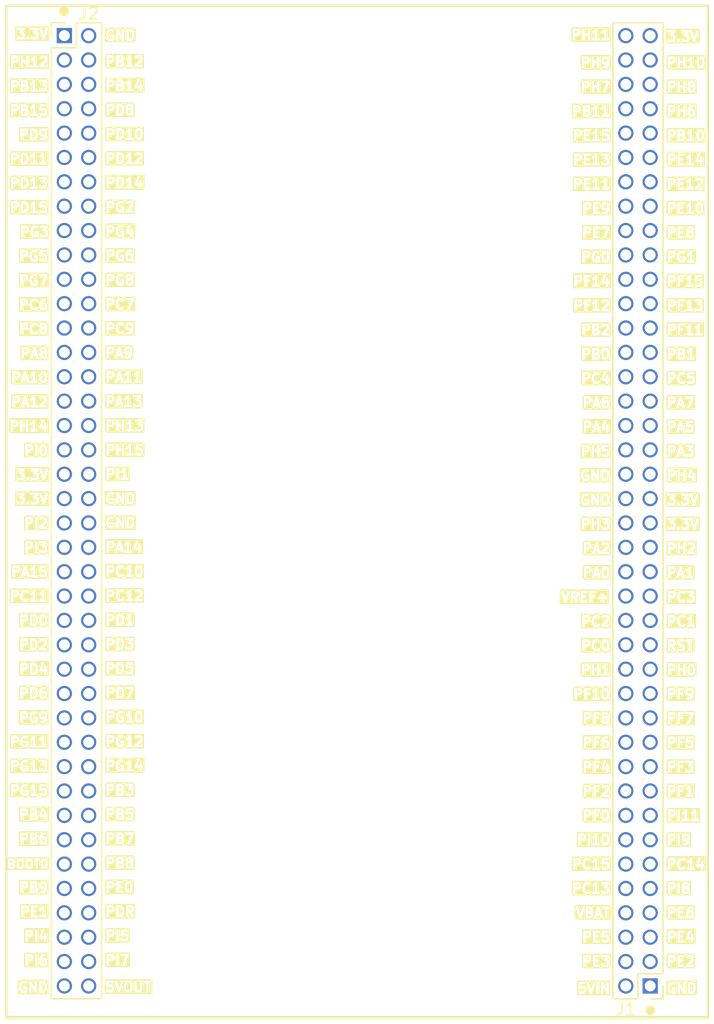
<source format=kicad_pcb>
(kicad_pcb (version 20240108) (generator "pcbnew") (generator_version "8.0")
  (layers (0 "F.Cu" signal) (1 "In1.Cu" signal) (2 "In2.Cu" signal) (31 "B.Cu" signal) (34 "B.Paste" user) (35 "F.Paste" user) (36 "B.SilkS" user "B.Silkscreen") (37 "F.SilkS" user "F.Silkscreen") (38 "B.Mask" user) (39 "F.Mask" user) (44 "Edge.Cuts" user))
  (net 0 "")
  (net 1 "/PC2")
  (net 2 "/PH5")
  (net 3 "/PA6")
  (net 4 "/PF13")
  (net 5 "/PB2")
  (net 6 "/PF6")
  (net 7 "/PC4")
  (net 8 "/PE12")
  (net 9 "/PF5")
  (net 10 "/PH9")
  (net 11 "/PF15")
  (net 12 "/VREF+")
  (net 13 "/PC5")
  (net 14 "/PE9")
  (net 15 "/PE11")
  (net 16 "/PI8")
  (net 17 "/PF12")
  (net 18 "/PF0")
  (net 19 "/PA5")
  (net 20 "/PE5")
  (net 21 "/PF1")
  (net 22 "/PG1")
  (net 23 "/PH6")
  (net 24 "/PC13")
  (net 25 "/GND")
  (net 26 "/RESET")
  (net 27 "/PA7")
  (net 28 "/PH1")
  (net 29 "/PH8")
  (net 30 "/PE2")
  (net 31 "/PF9")
  (net 32 "/PG0")
  (net 33 "/PI10")
  (net 34 "/PE8")
  (net 35 "/PB1")
  (net 36 "/PB10")
  (net 37 "/PA4")
  (net 38 "/PC3")
  (net 39 "/PE4")
  (net 40 "/PE15")
  (net 41 "/PH11")
  (net 42 "/PE14")
  (net 43 "/PC1")
  (net 44 "/PF7")
  (net 45 "/PF14")
  (net 46 "/PA1")
  (net 47 "/PE10")
  (net 48 "/PA3")
  (net 49 "/PB11")
  (net 50 "/3.3V")
  (net 51 "/PE13")
  (net 52 "/PF10")
  (net 53 "/PB0")
  (net 54 "/PC14")
  (net 55 "/PA0")
  (net 56 "/PH2")
  (net 57 "/PF8")
  (net 58 "/PF2")
  (net 59 "/PH10")
  (net 60 "/PH0")
  (net 61 "/5Vin")
  (net 62 "/PF11")
  (net 63 "/PE3")
  (net 64 "/VBAT")
  (net 65 "/PF3")
  (net 66 "/PC15")
  (net 67 "/PE7")
  (net 68 "/PC0")
  (net 69 "/PI11")
  (net 70 "/PA2")
  (net 71 "/PH4")
  (net 72 "/PH7")
  (net 73 "/PH3")
  (net 74 "/PE6")
  (net 75 "/PI9")
  (net 76 "/PF4")
  (net 77 "/PI5")
  (net 78 "/PB12")
  (net 79 "/PG13")
  (net 80 "/PG2")
  (net 81 "/PE1")
  (net 82 "/BOOT0")
  (net 83 "/USB_P")
  (net 84 "/PB7")
  (net 85 "/PD5")
  (net 86 "/PC10")
  (net 87 "/PG7")
  (net 88 "/PC6")
  (net 89 "/PG12")
  (net 90 "/PD14")
  (net 91 "/PG10")
  (net 92 "/PC8")
  (net 93 "/PG4")
  (net 94 "/PD2")
  (net 95 "/PG9")
  (net 96 "/PD10")
  (net 97 "/PI2")
  (net 98 "/PG5")
  (net 99 "/PB5")
  (net 100 "/PD8")
  (net 101 "/PDR_ON")
  (net 102 "/PE0")
  (net 103 "/PD6")
  (net 104 "/PB9")
  (net 105 "/PD15")
  (net 106 "/PG6")
  (net 107 "/PC7")
  (net 108 "/PB3")
  (net 109 "/PD7")
  (net 110 "/PH12")
  (net 111 "/PA15")
  (net 112 "/PA8")
  (net 113 "/PI0")
  (net 114 "/PI3")
  (net 115 "/PB4")
  (net 116 "/PH15")
  (net 117 "/PB8")
  (net 118 "/PA10")
  (net 119 "/PG8")
  (net 120 "/USB_N")
  (net 121 "/PB6")
  (net 122 "/PD3")
  (net 123 "/PD13")
  (net 124 "/PH14")
  (net 125 "/PD11")
  (net 126 "/PG14")
  (net 127 "/PA9")
  (net 128 "/PD9")
  (net 129 "/PB14")
  (net 130 "/PA14")
  (net 131 "/5V")
  (net 132 "/PG15")
  (net 133 "/PD0")
  (net 134 "/PG11")
  (net 135 "/PI7")
  (net 136 "/PC11")
  (net 137 "/PB15")
  (net 138 "/PC12")
  (net 139 "/PD1")
  (net 140 "/PD4")
  (net 141 "/PI6")
  (net 142 "/PB13")
  (net 143 "/PI1")
  (net 144 "/PC9")
  (net 145 "/PA13")
  (net 146 "/PH13")
  (net 147 "/PD12")
  (net 148 "/PI4")
  (net 149 "/PG3")
  (footprint "22L_Connector_PinHeader_2.00mm:PinHeader_2x40_P2.00mm_Vertical" (layer "F.Cu") (at 148.187111 117.754599 180)
    (property "Reference" "J1" (at 2 -1.9 180) (layer "F.SilkS"))
    (property "Value" "Conn_02x40_Odd_Even" (hide yes))
    (fp_line (start 3.06 -1.06) (end 3.06 79.06) (stroke (width 0.12)) (layer "F.SilkS"))
    (fp_line (start 1 1) (end 1 -1.06) (stroke (width 0.12)) (layer "F.SilkS"))
    (fp_line (start 1 -1.06) (end 3.06 -1.06) (stroke (width 0.12)) (layer "F.SilkS"))
    (fp_line (start -1.06 79.06) (end 3.06 79.06) (stroke (width 0.12)) (layer "F.SilkS"))
    (fp_line (start -1.06 1) (end 1 1) (stroke (width 0.12)) (layer "F.SilkS"))
    (fp_line (start -1.06 1) (end -1.06 79.06) (stroke (width 0.12)) (layer "F.SilkS"))
    (fp_line (start -1.06 0) (end -1.06 -1.06) (stroke (width 0.12)) (layer "F.SilkS"))
    (fp_line (start -1.06 -1.06) (end 0 -1.06) (stroke (width 0.12)) (layer "F.SilkS"))
    (fp_circle (center -0.0254 -2.0066) (end 0.190126 -2.0066) (stroke (width 0.4)) (fill none) (layer "F.SilkS"))
    (pad "1" thru_hole rect (at 0 0 180) (size 1.25 1.25) (drill 0.9) (layers "*.Cu" "*.Mask") (net 25 "/GND"))
    (pad "2" thru_hole oval (at 2 0 180) (size 1.25 1.25) (drill 0.9) (layers "*.Cu" "*.Mask") (net 61 "/5Vin"))
    (pad "3" thru_hole oval (at 0 2 180) (size 1.25 1.25) (drill 0.9) (layers "*.Cu" "*.Mask") (net 30 "/PE2"))
    (pad "4" thru_hole oval (at 2 2 180) (size 1.25 1.25) (drill 0.9) (layers "*.Cu" "*.Mask") (net 63 "/PE3"))
    (pad "5" thru_hole oval (at 0 4 180) (size 1.25 1.25) (drill 0.9) (layers "*.Cu" "*.Mask") (net 39 "/PE4"))
    (pad "6" thru_hole oval (at 2 4 180) (size 1.25 1.25) (drill 0.9) (layers "*.Cu" "*.Mask") (net 20 "/PE5"))
    (pad "7" thru_hole oval (at 0 6 180) (size 1.25 1.25) (drill 0.9) (layers "*.Cu" "*.Mask") (net 74 "/PE6"))
    (pad "8" thru_hole oval (at 2 6 180) (size 1.25 1.25) (drill 0.9) (layers "*.Cu" "*.Mask") (net 64 "/VBAT"))
    (pad "9" thru_hole oval (at 0 8 180) (size 1.25 1.25) (drill 0.9) (layers "*.Cu" "*.Mask") (net 16 "/PI8"))
    (pad "10" thru_hole oval (at 2 8 180) (size 1.25 1.25) (drill 0.9) (layers "*.Cu" "*.Mask") (net 24 "/PC13"))
    (pad "11" thru_hole oval (at 0 10 180) (size 1.25 1.25) (drill 0.9) (layers "*.Cu" "*.Mask") (net 54 "/PC14"))
    (pad "12" thru_hole oval (at 2 10 180) (size 1.25 1.25) (drill 0.9) (layers "*.Cu" "*.Mask") (net 66 "/PC15"))
    (pad "13" thru_hole oval (at 0 12 180) (size 1.25 1.25) (drill 0.9) (layers "*.Cu" "*.Mask") (net 75 "/PI9"))
    (pad "14" thru_hole oval (at 2 12 180) (size 1.25 1.25) (drill 0.9) (layers "*.Cu" "*.Mask") (net 33 "/PI10"))
    (pad "15" thru_hole oval (at 0 14 180) (size 1.25 1.25) (drill 0.9) (layers "*.Cu" "*.Mask") (net 69 "/PI11"))
    (pad "16" thru_hole oval (at 2 14 180) (size 1.25 1.25) (drill 0.9) (layers "*.Cu" "*.Mask") (net 18 "/PF0"))
    (pad "17" thru_hole oval (at 0 16 180) (size 1.25 1.25) (drill 0.9) (layers "*.Cu" "*.Mask") (net 21 "/PF1"))
    (pad "18" thru_hole oval (at 2 16 180) (size 1.25 1.25) (drill 0.9) (layers "*.Cu" "*.Mask") (net 58 "/PF2"))
    (pad "19" thru_hole oval (at 0 18 180) (size 1.25 1.25) (drill 0.9) (layers "*.Cu" "*.Mask") (net 65 "/PF3"))
    (pad "20" thru_hole oval (at 2 18 180) (size 1.25 1.25) (drill 0.9) (layers "*.Cu" "*.Mask") (net 76 "/PF4"))
    (pad "21" thru_hole oval (at 0 20 180) (size 1.25 1.25) (drill 0.9) (layers "*.Cu" "*.Mask") (net 9 "/PF5"))
    (pad "22" thru_hole oval (at 2 20 180) (size 1.25 1.25) (drill 0.9) (layers "*.Cu" "*.Mask") (net 6 "/PF6"))
    (pad "23" thru_hole oval (at 0 22 180) (size 1.25 1.25) (drill 0.9) (layers "*.Cu" "*.Mask") (net 44 "/PF7"))
    (pad "24" thru_hole oval (at 2 22 180) (size 1.25 1.25) (drill 0.9) (layers "*.Cu" "*.Mask") (net 57 "/PF8"))
    (pad "25" thru_hole oval (at 0 24 180) (size 1.25 1.25) (drill 0.9) (layers "*.Cu" "*.Mask") (net 31 "/PF9"))
    (pad "26" thru_hole oval (at 2 24 180) (size 1.25 1.25) (drill 0.9) (layers "*.Cu" "*.Mask") (net 52 "/PF10"))
    (pad "27" thru_hole oval (at 0 26 180) (size 1.25 1.25) (drill 0.9) (layers "*.Cu" "*.Mask") (net 60 "/PH0"))
    (pad "28" thru_hole oval (at 2 26 180) (size 1.25 1.25) (drill 0.9) (layers "*.Cu" "*.Mask") (net 28 "/PH1"))
    (pad "29" thru_hole oval (at 0 28 180) (size 1.25 1.25) (drill 0.9) (layers "*.Cu" "*.Mask") (net 26 "/RESET"))
    (pad "30" thru_hole oval (at 2 28 180) (size 1.25 1.25) (drill 0.9) (layers "*.Cu" "*.Mask") (net 68 "/PC0"))
    (pad "31" thru_hole oval (at 0 30 180) (size 1.25 1.25) (drill 0.9) (layers "*.Cu" "*.Mask") (net 43 "/PC1"))
    (pad "32" thru_hole oval (at 2 30 180) (size 1.25 1.25) (drill 0.9) (layers "*.Cu" "*.Mask") (net 1 "/PC2"))
    (pad "33" thru_hole oval (at 0 32 180) (size 1.25 1.25) (drill 0.9) (layers "*.Cu" "*.Mask") (net 38 "/PC3"))
    (pad "34" thru_hole oval (at 2 32 180) (size 1.25 1.25) (drill 0.9) (layers "*.Cu" "*.Mask") (net 12 "/VREF+"))
    (pad "35" thru_hole oval (at 0 34 180) (size 1.25 1.25) (drill 0.9) (layers "*.Cu" "*.Mask") (net 46 "/PA1"))
    (pad "36" thru_hole oval (at 2 34 180) (size 1.25 1.25) (drill 0.9) (layers "*.Cu" "*.Mask") (net 55 "/PA0"))
    (pad "37" thru_hole oval (at 0 36 180) (size 1.25 1.25) (drill 0.9) (layers "*.Cu" "*.Mask") (net 56 "/PH2"))
    (pad "38" thru_hole oval (at 2 36 180) (size 1.25 1.25) (drill 0.9) (layers "*.Cu" "*.Mask") (net 70 "/PA2"))
    (pad "39" thru_hole oval (at 0 38 180) (size 1.25 1.25) (drill 0.9) (layers "*.Cu" "*.Mask") (net 50 "/3.3V"))
    (pad "40" thru_hole oval (at 2 38 180) (size 1.25 1.25) (drill 0.9) (layers "*.Cu" "*.Mask") (net 73 "/PH3"))
    (pad "41" thru_hole oval (at 0 40 180) (size 1.25 1.25) (drill 0.9) (layers "*.Cu" "*.Mask") (net 50 "/3.3V"))
    (pad "42" thru_hole oval (at 2 40 180) (size 1.25 1.25) (drill 0.9) (layers "*.Cu" "*.Mask") (net 25 "/GND"))
    (pad "43" thru_hole oval (at 0 42 180) (size 1.25 1.25) (drill 0.9) (layers "*.Cu" "*.Mask") (net 71 "/PH4"))
    (pad "44" thru_hole oval (at 2 42 180) (size 1.25 1.25) (drill 0.9) (layers "*.Cu" "*.Mask") (net 25 "/GND"))
    (pad "45" thru_hole oval (at 0 44 180) (size 1.25 1.25) (drill 0.9) (layers "*.Cu" "*.Mask") (net 48 "/PA3"))
    (pad "46" thru_hole oval (at 2 44 180) (size 1.25 1.25) (drill 0.9) (layers "*.Cu" "*.Mask") (net 2 "/PH5"))
    (pad "47" thru_hole oval (at 0 46 180) (size 1.25 1.25) (drill 0.9) (layers "*.Cu" "*.Mask") (net 19 "/PA5"))
    (pad "48" thru_hole oval (at 2 46 180) (size 1.25 1.25) (drill 0.9) (layers "*.Cu" "*.Mask") (net 37 "/PA4"))
    (pad "49" thru_hole oval (at 0 48 180) (size 1.25 1.25) (drill 0.9) (layers "*.Cu" "*.Mask") (net 27 "/PA7"))
    (pad "50" thru_hole oval (at 2 48 180) (size 1.25 1.25) (drill 0.9) (layers "*.Cu" "*.Mask") (net 3 "/PA6"))
    (pad "51" thru_hole oval (at 0 50 180) (size 1.25 1.25) (drill 0.9) (layers "*.Cu" "*.Mask") (net 13 "/PC5"))
    (pad "52" thru_hole oval (at 2 50 180) (size 1.25 1.25) (drill 0.9) (layers "*.Cu" "*.Mask") (net 7 "/PC4"))
    (pad "53" thru_hole oval (at 0 52 180) (size 1.25 1.25) (drill 0.9) (layers "*.Cu" "*.Mask") (net 35 "/PB1"))
    (pad "54" thru_hole oval (at 2 52 180) (size 1.25 1.25) (drill 0.9) (layers "*.Cu" "*.Mask") (net 53 "/PB0"))
    (pad "55" thru_hole oval (at 0 54 180) (size 1.25 1.25) (drill 0.9) (layers "*.Cu" "*.Mask") (net 62 "/PF11"))
    (pad "56" thru_hole oval (at 2 54 180) (size 1.25 1.25) (drill 0.9) (layers "*.Cu" "*.Mask") (net 5 "/PB2"))
    (pad "57" thru_hole oval (at 0 56 180) (size 1.25 1.25) (drill 0.9) (layers "*.Cu" "*.Mask") (net 4 "/PF13"))
    (pad "58" thru_hole oval (at 2 56 180) (size 1.25 1.25) (drill 0.9) (layers "*.Cu" "*.Mask") (net 17 "/PF12"))
    (pad "59" thru_hole oval (at 0 58 180) (size 1.25 1.25) (drill 0.9) (layers "*.Cu" "*.Mask") (net 11 "/PF15"))
    (pad "60" thru_hole oval (at 2 58 180) (size 1.25 1.25) (drill 0.9) (layers "*.Cu" "*.Mask") (net 45 "/PF14"))
    (pad "61" thru_hole oval (at 0 60 180) (size 1.25 1.25) (drill 0.9) (layers "*.Cu" "*.Mask") (net 22 "/PG1"))
    (pad "62" thru_hole oval (at 2 60 180) (size 1.25 1.25) (drill 0.9) (layers "*.Cu" "*.Mask") (net 32 "/PG0"))
    (pad "63" thru_hole oval (at 0 62 180) (size 1.25 1.25) (drill 0.9) (layers "*.Cu" "*.Mask") (net 34 "/PE8"))
    (pad "64" thru_hole oval (at 2 62 180) (size 1.25 1.25) (drill 0.9) (layers "*.Cu" "*.Mask") (net 67 "/PE7"))
    (pad "65" thru_hole oval (at 0 64 180) (size 1.25 1.25) (drill 0.9) (layers "*.Cu" "*.Mask") (net 47 "/PE10"))
    (pad "66" thru_hole oval (at 2 64 180) (size 1.25 1.25) (drill 0.9) (layers "*.Cu" "*.Mask") (net 14 "/PE9"))
    (pad "67" thru_hole oval (at 0 66 180) (size 1.25 1.25) (drill 0.9) (layers "*.Cu" "*.Mask") (net 8 "/PE12"))
    (pad "68" thru_hole oval (at 2 66 180) (size 1.25 1.25) (drill 0.9) (layers "*.Cu" "*.Mask") (net 15 "/PE11"))
    (pad "69" thru_hole oval (at 0 68 180) (size 1.25 1.25) (drill 0.9) (layers "*.Cu" "*.Mask") (net 42 "/PE14"))
    (pad "70" thru_hole oval (at 2 68 180) (size 1.25 1.25) (drill 0.9) (layers "*.Cu" "*.Mask") (net 51 "/PE13"))
    (pad "71" thru_hole oval (at 0 70 180) (size 1.25 1.25) (drill 0.9) (layers "*.Cu" "*.Mask") (net 36 "/PB10"))
    (pad "72" thru_hole oval (at 2 70 180) (size 1.25 1.25) (drill 0.9) (layers "*.Cu" "*.Mask") (net 40 "/PE15"))
    (pad "73" thru_hole oval (at 0 72 180) (size 1.25 1.25) (drill 0.9) (layers "*.Cu" "*.Mask") (net 23 "/PH6"))
    (pad "74" thru_hole oval (at 2 72 180) (size 1.25 1.25) (drill 0.9) (layers "*.Cu" "*.Mask") (net 49 "/PB11"))
    (pad "75" thru_hole oval (at 0 74 180) (size 1.25 1.25) (drill 0.9) (layers "*.Cu" "*.Mask") (net 29 "/PH8"))
    (pad "76" thru_hole oval (at 2 74 180) (size 1.25 1.25) (drill 0.9) (layers "*.Cu" "*.Mask") (net 72 "/PH7"))
    (pad "77" thru_hole oval (at 0 76 180) (size 1.25 1.25) (drill 0.9) (layers "*.Cu" "*.Mask") (net 59 "/PH10"))
    (pad "78" thru_hole oval (at 2 76 180) (size 1.25 1.25) (drill 0.9) (layers "*.Cu" "*.Mask") (net 10 "/PH9"))
    (pad "79" thru_hole oval (at 0 78 180) (size 1.25 1.25) (drill 0.9) (layers "*.Cu" "*.Mask") (net 50 "/3.3V"))
    (pad "80" thru_hole oval (at 2 78 180) (size 1.25 1.25) (drill 0.9) (layers "*.Cu" "*.Mask") (net 41 "/PH11"))
  )
  (footprint "22L_Connector_PinHeader_2.00mm:PinHeader_2x40_P2.00mm_Vertical" (layer "F.Cu") (at 100.067111 39.754599)
    (property "Reference" "J2" (at 2 -1.8 0) (layer "F.SilkS"))
    (property "Value" "Conn_02x40_Odd_Even" (hide yes))
    (fp_line (start -1.06 -1.06) (end 0 -1.06) (stroke (width 0.12)) (layer "F.SilkS"))
    (fp_line (start -1.06 0) (end -1.06 -1.06) (stroke (width 0.12)) (layer "F.SilkS"))
    (fp_line (start -1.06 1) (end -1.06 79.06) (stroke (width 0.12)) (layer "F.SilkS"))
    (fp_line (start -1.06 1) (end 1 1) (stroke (width 0.12)) (layer "F.SilkS"))
    (fp_line (start -1.06 79.06) (end 3.06 79.06) (stroke (width 0.12)) (layer "F.SilkS"))
    (fp_line (start 1 -1.06) (end 3.06 -1.06) (stroke (width 0.12)) (layer "F.SilkS"))
    (fp_line (start 1 1) (end 1 -1.06) (stroke (width 0.12)) (layer "F.SilkS"))
    (fp_line (start 3.06 -1.06) (end 3.06 79.06) (stroke (width 0.12)) (layer "F.SilkS"))
    (fp_circle (center -0.0254 -2.0066) (end 0.190126 -2.0066) (stroke (width 0.4)) (fill none) (layer "F.SilkS"))
    (pad "1" thru_hole rect (at 0 0) (size 1.25 1.25) (drill 0.9) (layers "*.Cu" "*.Mask") (net 50 "/3.3V"))
    (pad "2" thru_hole oval (at 2 0) (size 1.25 1.25) (drill 0.9) (layers "*.Cu" "*.Mask") (net 25 "/GND"))
    (pad "3" thru_hole oval (at 0 2) (size 1.25 1.25) (drill 0.9) (layers "*.Cu" "*.Mask") (net 110 "/PH12"))
    (pad "4" thru_hole oval (at 2 2) (size 1.25 1.25) (drill 0.9) (layers "*.Cu" "*.Mask") (net 78 "/PB12"))
    (pad "5" thru_hole oval (at 0 4) (size 1.25 1.25) (drill 0.9) (layers "*.Cu" "*.Mask") (net 142 "/PB13"))
    (pad "6" thru_hole oval (at 2 4) (size 1.25 1.25) (drill 0.9) (layers "*.Cu" "*.Mask") (net 129 "/PB14"))
    (pad "7" thru_hole oval (at 0 6) (size 1.25 1.25) (drill 0.9) (layers "*.Cu" "*.Mask") (net 137 "/PB15"))
    (pad "8" thru_hole oval (at 2 6) (size 1.25 1.25) (drill 0.9) (layers "*.Cu" "*.Mask") (net 100 "/PD8"))
    (pad "9" thru_hole oval (at 0 8) (size 1.25 1.25) (drill 0.9) (layers "*.Cu" "*.Mask") (net 128 "/PD9"))
    (pad "10" thru_hole oval (at 2 8) (size 1.25 1.25) (drill 0.9) (layers "*.Cu" "*.Mask") (net 96 "/PD10"))
    (pad "11" thru_hole oval (at 0 10) (size 1.25 1.25) (drill 0.9) (layers "*.Cu" "*.Mask") (net 125 "/PD11"))
    (pad "12" thru_hole oval (at 2 10) (size 1.25 1.25) (drill 0.9) (layers "*.Cu" "*.Mask") (net 147 "/PD12"))
    (pad "13" thru_hole oval (at 0 12) (size 1.25 1.25) (drill 0.9) (layers "*.Cu" "*.Mask") (net 123 "/PD13"))
    (pad "14" thru_hole oval (at 2 12) (size 1.25 1.25) (drill 0.9) (layers "*.Cu" "*.Mask") (net 90 "/PD14"))
    (pad "15" thru_hole oval (at 0 14) (size 1.25 1.25) (drill 0.9) (layers "*.Cu" "*.Mask") (net 105 "/PD15"))
    (pad "16" thru_hole oval (at 2 14) (size 1.25 1.25) (drill 0.9) (layers "*.Cu" "*.Mask") (net 80 "/PG2"))
    (pad "17" thru_hole oval (at 0 16) (size 1.25 1.25) (drill 0.9) (layers "*.Cu" "*.Mask") (net 149 "/PG3"))
    (pad "18" thru_hole oval (at 2 16) (size 1.25 1.25) (drill 0.9) (layers "*.Cu" "*.Mask") (net 93 "/PG4"))
    (pad "19" thru_hole oval (at 0 18) (size 1.25 1.25) (drill 0.9) (layers "*.Cu" "*.Mask") (net 98 "/PG5"))
    (pad "20" thru_hole oval (at 2 18) (size 1.25 1.25) (drill 0.9) (layers "*.Cu" "*.Mask") (net 106 "/PG6"))
    (pad "21" thru_hole oval (at 0 20) (size 1.25 1.25) (drill 0.9) (layers "*.Cu" "*.Mask") (net 87 "/PG7"))
    (pad "22" thru_hole oval (at 2 20) (size 1.25 1.25) (drill 0.9) (layers "*.Cu" "*.Mask") (net 119 "/PG8"))
    (pad "23" thru_hole oval (at 0 22) (size 1.25 1.25) (drill 0.9) (layers "*.Cu" "*.Mask") (net 88 "/PC6"))
    (pad "24" thru_hole oval (at 2 22) (size 1.25 1.25) (drill 0.9) (layers "*.Cu" "*.Mask") (net 107 "/PC7"))
    (pad "25" thru_hole oval (at 0 24) (size 1.25 1.25) (drill 0.9) (layers "*.Cu" "*.Mask") (net 92 "/PC8"))
    (pad "26" thru_hole oval (at 2 24) (size 1.25 1.25) (drill 0.9) (layers "*.Cu" "*.Mask") (net 144 "/PC9"))
    (pad "27" thru_hole oval (at 0 26) (size 1.25 1.25) (drill 0.9) (layers "*.Cu" "*.Mask") (net 112 "/PA8"))
    (pad "28" thru_hole oval (at 2 26) (size 1.25 1.25) (drill 0.9) (layers "*.Cu" "*.Mask") (net 127 "/PA9"))
    (pad "29" thru_hole oval (at 0 28) (size 1.25 1.25) (drill 0.9) (layers "*.Cu" "*.Mask") (net 118 "/PA10"))
    (pad "30" thru_hole oval (at 2 28) (size 1.25 1.25) (drill 0.9) (layers "*.Cu" "*.Mask") (net 83 "/USB_P"))
    (pad "31" thru_hole oval (at 0 30) (size 1.25 1.25) (drill 0.9) (layers "*.Cu" "*.Mask") (net 120 "/USB_N"))
    (pad "32" thru_hole oval (at 2 30) (size 1.25 1.25) (drill 0.9) (layers "*.Cu" "*.Mask") (net 145 "/PA13"))
    (pad "33" thru_hole oval (at 0 32) (size 1.25 1.25) (drill 0.9) (layers "*.Cu" "*.Mask") (net 124 "/PH14"))
    (pad "34" thru_hole oval (at 2 32) (size 1.25 1.25) (drill 0.9) (layers "*.Cu" "*.Mask") (net 146 "/PH13"))
    (pad "35" thru_hole oval (at 0 34) (size 1.25 1.25) (drill 0.9) (layers "*.Cu" "*.Mask") (net 113 "/PI0"))
    (pad "36" thru_hole oval (at 2 34) (size 1.25 1.25) (drill 0.9) (layers "*.Cu" "*.Mask") (net 116 "/PH15"))
    (pad "37" thru_hole oval (at 0 36) (size 1.25 1.25) (drill 0.9) (layers "*.Cu" "*.Mask") (net 50 "/3.3V"))
    (pad "38" thru_hole oval (at 2 36) (size 1.25 1.25) (drill 0.9) (layers "*.Cu" "*.Mask") (net 143 "/PI1"))
    (pad "39" thru_hole oval (at 0 38) (size 1.25 1.25) (drill 0.9) (layers "*.Cu" "*.Mask") (net 50 "/3.3V"))
    (pad "40" thru_hole oval (at 2 38) (size 1.25 1.25) (drill 0.9) (layers "*.Cu" "*.Mask") (net 25 "/GND"))
    (pad "41" thru_hole oval (at 0 40) (size 1.25 1.25) (drill 0.9) (layers "*.Cu" "*.Mask") (net 97 "/PI2"))
    (pad "42" thru_hole oval (at 2 40) (size 1.25 1.25) (drill 0.9) (layers "*.Cu" "*.Mask") (net 25 "/GND"))
    (pad "43" thru_hole oval (at 0 42) (size 1.25 1.25) (drill 0.9) (layers "*.Cu" "*.Mask") (net 114 "/PI3"))
    (pad "44" thru_hole oval (at 2 42) (size 1.25 1.25) (drill 0.9) (layers "*.Cu" "*.Mask") (net 130 "/PA14"))
    (pad "45" thru_hole oval (at 0 44) (size 1.25 1.25) (drill 0.9) (layers "*.Cu" "*.Mask") (net 111 "/PA15"))
    (pad "46" thru_hole oval (at 2 44) (size 1.25 1.25) (drill 0.9) (layers "*.Cu" "*.Mask") (net 86 "/PC10"))
    (pad "47" thru_hole oval (at 0 46) (size 1.25 1.25) (drill 0.9) (layers "*.Cu" "*.Mask") (net 136 "/PC11"))
    (pad "48" thru_hole oval (at 2 46) (size 1.25 1.25) (drill 0.9) (layers "*.Cu" "*.Mask") (net 138 "/PC12"))
    (pad "49" thru_hole oval (at 0 48) (size 1.25 1.25) (drill 0.9) (layers "*.Cu" "*.Mask") (net 133 "/PD0"))
    (pad "50" thru_hole oval (at 2 48) (size 1.25 1.25) (drill 0.9) (layers "*.Cu" "*.Mask") (net 139 "/PD1"))
    (pad "51" thru_hole oval (at 0 50) (size 1.25 1.25) (drill 0.9) (layers "*.Cu" "*.Mask") (net 94 "/PD2"))
    (pad "52" thru_hole oval (at 2 50) (size 1.25 1.25) (drill 0.9) (layers "*.Cu" "*.Mask") (net 122 "/PD3"))
    (pad "53" thru_hole oval (at 0 52) (size 1.25 1.25) (drill 0.9) (layers "*.Cu" "*.Mask") (net 140 "/PD4"))
    (pad "54" thru_hole oval (at 2 52) (size 1.25 1.25) (drill 0.9) (layers "*.Cu" "*.Mask") (net 85 "/PD5"))
    (pad "55" thru_hole oval (at 0 54) (size 1.25 1.25) (drill 0.9) (layers "*.Cu" "*.Mask") (net 103 "/PD6"))
    (pad "56" thru_hole oval (at 2 54) (size 1.25 1.25) (drill 0.9) (layers "*.Cu" "*.Mask") (net 109 "/PD7"))
    (pad "57" thru_hole oval (at 0 56) (size 1.25 1.25) (drill 0.9) (layers "*.Cu" "*.Mask") (net 95 "/PG9"))
    (pad "58" thru_hole oval (at 2 56) (size 1.25 1.25) (drill 0.9) (layers "*.Cu" "*.Mask") (net 91 "/PG10"))
    (pad "59" thru_hole oval (at 0 58) (size 1.25 1.25) (drill 0.9) (layers "*.Cu" "*.Mask") (net 134 "/PG11"))
    (pad "60" thru_hole oval (at 2 58) (size 1.25 1.25) (drill 0.9) (layers "*.Cu" "*.Mask") (net 89 "/PG12"))
    (pad "61" thru_hole oval (at 0 60) (size 1.25 1.25) (drill 0.9) (layers "*.Cu" "*.Mask") (net 79 "/PG13"))
    (pad "62" thru_hole oval (at 2 60) (size 1.25 1.25) (drill 0.9) (layers "*.Cu" "*.Mask") (net 126 "/PG14"))
    (pad "63" thru_hole oval (at 0 62) (size 1.25 1.25) (drill 0.9) (layers "*.Cu" "*.Mask") (net 132 "/PG15"))
    (pad "64" thru_hole oval (at 2 62) (size 1.25 1.25) (drill 0.9) (layers "*.Cu" "*.Mask") (net 108 "/PB3"))
    (pad "65" thru_hole oval (at 0 64) (size 1.25 1.25) (drill 0.9) (layers "*.Cu" "*.Mask") (net 115 "/PB4"))
    (pad "66" thru_hole oval (at 2 64) (size 1.25 1.25) (drill 0.9) (layers "*.Cu" "*.Mask") (net 99 "/PB5"))
    (pad "67" thru_hole oval (at 0 66) (size 1.25 1.25) (drill 0.9) (layers "*.Cu" "*.Mask") (net 121 "/PB6"))
    (pad "68" thru_hole oval (at 2 66) (size 1.25 1.25) (drill 0.9) (layers "*.Cu" "*.Mask") (net 84 "/PB7"))
    (pad "69" thru_hole oval (at 0 68) (size 1.25 1.25) (drill 0.9) (layers "*.Cu" "*.Mask") (net 82 "/BOOT0"))
    (pad "70" thru_hole oval (at 2 68) (size 1.25 1.25) (drill 0.9) (layers "*.Cu" "*.Mask") (net 117 "/PB8"))
    (pad "71" thru_hole oval (at 0 70) (size 1.25 1.25) (drill 0.9) (layers "*.Cu" "*.Mask") (net 104 "/PB9"))
    (pad "72" thru_hole oval (at 2 70) (size 1.25 1.25) (drill 0.9) (layers "*.Cu" "*.Mask") (net 102 "/PE0"))
    (pad "73" thru_hole oval (at 0 72) (size 1.25 1.25) (drill 0.9) (layers "*.Cu" "*.Mask") (net 81 "/PE1"))
    (pad "74" thru_hole oval (at 2 72) (size 1.25 1.25) (drill 0.9) (layers "*.Cu" "*.Mask") (net 101 "/PDR_ON"))
    (pad "75" thru_hole oval (at 0 74) (size 1.25 1.25) (drill 0.9) (layers "*.Cu" "*.Mask") (net 148 "/PI4"))
    (pad "76" thru_hole oval (at 2 74) (size 1.25 1.25) (drill 0.9) (layers "*.Cu" "*.Mask") (net 77 "/PI5"))
    (pad "77" thru_hole oval (at 0 76) (size 1.25 1.25) (drill 0.9) (layers "*.Cu" "*.Mask") (net 141 "/PI6"))
    (pad "78" thru_hole oval (at 2 76) (size 1.25 1.25) (drill 0.9) (layers "*.Cu" "*.Mask") (net 135 "/PI7"))
    (pad "79" thru_hole oval (at 0 78) (size 1.25 1.25) (drill 0.9) (layers "*.Cu" "*.Mask") (net 25 "/GND"))
    (pad "80" thru_hole oval (at 2 78) (size 1.25 1.25) (drill 0.9) (layers "*.Cu" "*.Mask") (net 131 "/5V"))
  )
  (gr_rect (start 95.302111 37.304599) (end 152.932111 120.404599) (stroke (width 0.2)) (fill none) (layer "F.SilkS"))
  (gr_rect (start 95.317111 37.254599) (end 152.937111 120.254599) (stroke (width 0.05)) (fill none) (layer "Edge.Cuts"))
  (gr_text "PD11" (at 95.456825 50.356289 0) (layer "F.SilkS" knockout) (effects (font (size 0.8 0.8) (thickness 0.2) (bold yes)) (justify left bottom)))
  (gr_text "PA4" (at 142.506698 72.35859 0) (layer "F.SilkS" knockout) (effects (font (size 0.8 0.8) (thickness 0.2) (bold yes)) (justify left bottom)))
  (gr_text "PDR" (at 103.309 112.125339 0) (layer "F.SilkS" knockout) (effects (font (size 0.8 0.8) (thickness 0.2) (bold yes)) (justify left bottom)))
  (gr_text "PH2" (at 149.419111 82.32574 0) (layer "F.SilkS" knockout) (effects (font (size 0.8 0.8) (thickness 0.2) (bold yes)) (justify left bottom)))
  (gr_text "PC0" (at 142.392412 90.29946 0) (layer "F.SilkS" knockout) (effects (font (size 0.8 0.8) (thickness 0.2) (bold yes)) (justify left bottom)))
  (gr_text "GND" (at 103.309 78.237029 0) (layer "F.SilkS" knockout) (effects (font (size 0.8 0.8) (thickness 0.2) (bold yes)) (justify left bottom)))
  (gr_text "PI5" (at 103.309 114.118769 0) (layer "F.SilkS" knockout) (effects (font (size 0.8 0.8) (thickness 0.2) (bold yes)) (justify left bottom)))
  (gr_text "PD0" (at 96.21873 88.231459 0) (layer "F.SilkS" knockout) (effects (font (size 0.8 0.8) (thickness 0.2) (bold yes)) (justify left bottom)))
  (gr_text "PH11" (at 141.592412 40.175599 0) (layer "F.SilkS" knockout) (effects (font (size 0.8 0.8) (thickness 0.2) (bold yes)) (justify left bottom)))
  (gr_text "PG11" (at 95.456825 98.198609 0) (layer "F.SilkS" knockout) (effects (font (size 0.8 0.8) (thickness 0.2) (bold yes)) (justify left bottom)))
  (gr_text "PE15" (at 141.706697 48.43743 0) (layer "F.SilkS" knockout) (effects (font (size 0.8 0.8) (thickness 0.2) (bold yes)) (justify left bottom)))
  (gr_text "PF9" (at 149.419111 94.28632 0) (layer "F.SilkS" knockout) (effects (font (size 0.8 0.8) (thickness 0.2) (bold yes)) (justify left bottom)))
  (gr_text "PI11" (at 149.419111 104.25347 0) (layer "F.SilkS" knockout) (effects (font (size 0.8 0.8) (thickness 0.2) (bold yes)) (justify left bottom)))
  (gr_text "PE2" (at 149.419111 116.21405 0) (layer "F.SilkS" knockout) (effects (font (size 0.8 0.8) (thickness 0.2) (bold yes)) (justify left bottom)))
  (gr_text "PH5" (at 142.354317 74.35202 0) (layer "F.SilkS" knockout) (effects (font (size 0.8 0.8) (thickness 0.2) (bold yes)) (justify left bottom)))
  (gr_text "PH12" (at 95.456825 42.382569 0) (layer "F.SilkS" knockout) (effects (font (size 0.8 0.8) (thickness 0.2) (bold yes)) (justify left bottom)))
  (gr_text "PE10" (at 149.419111 54.41772 0) (layer "F.SilkS" knockout) (effects (font (size 0.8 0.8) (thickness 0.2) (bold yes)) (justify left bottom)))
  (gr_text "PB12" (at 103.309 42.355289 0) (layer "F.SilkS" knockout) (effects (font (size 0.8 0.8) (thickness 0.2) (bold yes)) (justify left bottom)))
  (gr_text "PC14" (at 149.419111 108.24033 0) (layer "F.SilkS" knockout) (effects (font (size 0.8 0.8) (thickness 0.2) (bold yes)) (justify left bottom)))
  (gr_text "GND" (at 142.316222 78.33888 0) (layer "F.SilkS" knockout) (effects (font (size 0.8 0.8) (thickness 0.2) (bold yes)) (justify left bottom)))
  (gr_text "PB8" (at 103.309 108.138479 0) (layer "F.SilkS" knockout) (effects (font (size 0.8 0.8) (thickness 0.2) (bold yes)) (justify left bottom)))
  (gr_text "PB9" (at 96.21873 110.159189 0) (layer "F.SilkS" knockout) (effects (font (size 0.8 0.8) (thickness 0.2) (bold yes)) (justify left bottom)))
  (gr_text "PG1" (at 149.419111 58.40458 0) (layer "F.SilkS" knockout) (effects (font (size 0.8 0.8) (thickness 0.2) (bold yes)) (justify left bottom)))
  (gr_text "PC7" (at 103.309 62.289589 0) (layer "F.SilkS" knockout) (effects (font (size 0.8 0.8) (thickness 0.2) (bold yes)) (justify left bottom)))
  (gr_text "PF3" (at 149.419111 100.26661 0) (layer "F.SilkS" knockout) (effects (font (size 0.8 0.8) (thickness 0.2) (bold yes)) (justify left bottom)))
  (gr_text "PI4" (at 96.637778 114.146049 0) (layer "F.SilkS" knockout) (effects (font (size 0.8 0.8) (thickness 0.2) (bold yes)) (justify left bottom)))
  (gr_text "PG5" (at 96.21873 58.330009 0) (layer "F.SilkS" knockout) (effects (font (size 0.8 0.8) (thickness 0.2) (bold yes)) (justify left bottom)))
  (gr_text "PH10" (at 149.419111 42.45714 0) (layer "F.SilkS" knockout) (effects (font (size 0.8 0.8) (thickness 0.2) (bold yes)) (justify left bottom)))
  (gr_text "5VOUT" (at 103.309 118.316748 0) (layer "F.SilkS" knockout) (effects (font (size 0.8 0.8) (thickness 0.2) (bold yes)) (justify left bottom)))
  (gr_text "PG3" (at 96.29492 56.336579 0) (layer "F.SilkS" knockout) (effects (font (size 0.8 0.8) (thickness 0.2) (bold yes)) (justify left bottom)))
  (gr_text "PE13" (at 141.706697 50.43086 0) (layer "F.SilkS" knockout) (effects (font (size 0.8 0.8) (thickness 0.2) (bold yes)) (justify left bottom)))
  (gr_text "PB15" (at 95.456825 46.369429 0) (layer "F.SilkS" knockout) (effects (font (size 0.8 0.8) (thickness 0.2) (bold yes)) (justify left bottom)))
  (gr_text "PD9" (at 96.21873 48.362859 0) (layer "F.SilkS" knockout) (effects (font (size 0.8 0.8) (thickness 0.2) (bold yes)) (justify left bottom)))
  (gr_text "PE14" (at 149.419111 50.43086 0) (layer "F.SilkS" knockout) (effects (font (size 0.8 0.8) (thickness 0.2) (bold yes)) (justify left bottom)))
  (gr_text "PD2" (at 96.21873 90.224889 0) (layer "F.SilkS" knockout) (effects (font (size 0.8 0.8) (thickness 0.2) (bold yes)) (justify left bottom)))
  (gr_text "VBAT" (at 141.973365 112.22719 0) (layer "F.SilkS" knockout) (effects (font (size 0.8 0.8) (thickness 0.2) (bold yes)) (justify left bottom)))
  (gr_text "PA11" (at 103.309 68.269879 0) (layer "F.SilkS" knockout) (effects (font (size 0.8 0.8) (thickness 0.2) (bold yes)) (justify left bottom)))
  (gr_text "PD10" (at 103.309 48.335579 0) (layer "F.SilkS" knockout) (effects (font (size 0.8 0.8) (thickness 0.2) (bold yes)) (justify left bottom)))
  (gr_text "PI3" (at 96.637778 82.251169 0) (layer "F.SilkS" knockout) (effects (font (size 0.8 0.8) (thickness 0.2) (bold yes)) (justify left bottom)))
  (gr_text "PA3" (at 149.419111 74.35202 0) (layer "F.SilkS" knockout) (effects (font (size 0.8 0.8) (thickness 0.2) (bold yes)) (justify left bottom)))
  (gr_text "PF14" (at 141.744793 60.39801 0) (layer "F.SilkS" knockout) (effects (font (size 0.8 0.8) (thickness 0.2) (bold yes)) (justify left bottom)))
  (gr_text "PB13" (at 95.456825 44.375999 0) (layer "F.SilkS" knockout) (effects (font (size 0.8 0.8) (thickness 0.2) (bold yes)) (justify left bottom)))
  (gr_text "PF15" (at 149.419111 60.39801 0) (layer "F.SilkS" knockout) (effects (font (size 0.8 0.8) (thickness 0.2) (bold yes)) (justify left bottom)))
  (gr_text "BOOT0" (at 95.267111 108.164599 0) (layer "F.SilkS" knockout) (effects (font (size 0.7 0.7) (thickness 0.175) (bold yes)) (justify left bottom)))
  (gr_text "PC12" (at 103.309 86.210749 0) (layer "F.SilkS" knockout) (effects (font (size 0.8 0.8) (thickness 0.2) (bold yes)) (justify left bottom)))
  (gr_text "PD6" (at 96.21873 94.211749 0) (layer "F.SilkS" knockout) (effects (font (size 0.8 0.8) (thickness 0.2) (bold yes)) (justify left bottom)))
  (gr_text "GND" (at 149.419111 118.418599 0) (layer "F.SilkS" knockout) (effects (font (size 0.8 0.8) (thickness 0.2) (bold yes)) (justify left bottom)))
  (gr_text "PD13" (at 95.456825 52.349719 0) (layer "F.SilkS" knockout) (effects (font (size 0.8 0.8) (thickness 0.2) (bold yes)) (justify left bottom)))
  (gr_text "PC11" (at 95.456825 86.238029 0) (layer "F.SilkS" knockout) (effects (font (size 0.8 0.8) (thickness 0.2) (bold yes)) (justify left bottom)))
  (gr_text "RST" (at 149.419111 90.29946 0) (layer "F.SilkS" knockout) (effects (font (size 0.8 0.8) (thickness 0.2) (bold yes)) (justify left bottom)))
  (gr_text "PD4" (at 96.21873 92.218319 0) (layer "F.SilkS" knockout) (effects (font (size 0.8 0.8) (thickness 0.2) (bold yes)) (justify left bottom)))
  (gr_text "PE8" (at 149.419111 56.41115 0) (layer "F.SilkS" knockout) (effects (font (size 0.8 0.8) (thickness 0.2) (bold yes)) (justify left bottom)))
  (gr_text "PE4" (at 149.419111 114.22062 0) (layer "F.SilkS" knockout) (effects (font (size 0.8 0.8) (thickness 0.2) (bold yes)) (justify left bottom)))
  (gr_text "PA6" (at 142.506698 70.36516 0) (layer "F.SilkS" knockout) (effects (font (size 0.8 0.8) (thickness 0.2) (bold yes)) (justify left bottom)))
  (gr_text "PG15" (at 95.456825 102.185469 0) (layer "F.SilkS" knockout) (effects (font (size 0.8 0.8) (thickness 0.2) (bold yes)) (justify left bottom)))
  (gr_text "PH4" (at 149.419111 76.34545 0) (layer "F.SilkS" knockout) (effects (font (size 0.8 0.8) (thickness 0.2) (bold yes)) (justify left bottom)))
  (gr_text "PE3" (at 142.468602 116.21405 0) (layer "F.SilkS" knockout) (effects (font (size 0.8 0.8) (thickness 0.2) (bold yes)) (justify left bottom)))
  (gr_text "PB2" (at 142.392412 64.38487 0) (layer "F.SilkS" knockout) (effects (font (size 0.8 0.8) (thickness 0.2) (bold yes)) (justify left bottom)))
  (gr_text "PH8" (at 149.419111 44.45057 0) (layer "F.SilkS" knockout) (effects (font (size 0.8 0.8) (thickness 0.2) (bold yes)) (justify left bottom)))
  (gr_text "PB1" (at 149.419111 66.3783 0) (layer "F.SilkS" knockout) (effects (font (size 0.8 0.8) (thickness 0.2) (bold yes)) (justify left bottom)))
  (gr_text "PH13" (at 103.309 72.256739 0) (layer "F.SilkS" knockout) (effects (font (size 0.8 0.8) (thickness 0.2) (bold yes)) (justify left bottom)))
  (gr_text "PC1" (at 149.419111 88.30603 0) (layer "F.SilkS" knockout) (effects (font (size 0.8 0.8) (thickness 0.2) (bold yes)) (justify left bottom)))
  (gr_text "PC13" (at 141.630507 110.23376 0) (layer "F.SilkS" knockout) (effects (font (size 0.8 0.8) (thickness 0.2) (bold yes)) (justify left bottom)))
  (gr_text "PB5" (at 103.309 104.151619 0) (layer "F.SilkS" knockout) (effects (font (size 0.8 0.8) (thickness 0.2) (bold yes)) (justify left bottom)))
  (gr_text "PG8" (at 103.309 60.296159 0) (layer "F.SilkS" knockout) (effects (font (size 0.8 0.8) (thickness 0.2) (bold yes)) (justify left bottom)))
  (gr_text "PF8" (at 142.506698 96.27975 0) (layer "F.SilkS" knockout) (effects (font (size 0.8 0.8) (thickness 0.2) (bold yes)) (justify left bottom)))
  (gr_text "PE5" (at 142.468602 114.22062 0) (layer "F.SilkS" knockout) (effects (font (size 0.8 0.8) (thickness 0.2) (bold yes)) (justify left bottom)))
  (gr_text "PE12" (at 149.419111 52.42429 0) (layer "F.SilkS" knockout) (effects (font (size 0.8 0.8) (thickness 0.2) (bold yes)) (justify left bottom)))
  (gr_text "PB0" (at 142.392412 66.3783 0) (layer "F.SilkS" knockout) (effects (font (size 0.8 0.8) (thickness 0.2) (bold yes)) (justify left bottom)))
  (gr_text "PD12" (at 103.309 50.329009 0) (layer "F.SilkS" knockout) (effects (font (size 0.8 0.8) (thickness 0.2) (bold yes)) (justify left bottom)))
  (gr_text "PG2" (at 103.309 54.315869 0) (layer "F.SilkS" knockout) (effects (font (size 0.8 0.8) (thickness 0.2) (bold yes)) (justify left bottom)))
  (gr_text "GND" (at 142.316222 76.34545 0) (layer "F.SilkS" knockout) (effects (font (size 0.8 0.8) (thickness 0.2) (bold yes)) (justify left bottom)))
  (gr_text "PG4" (at 103.309 56.309299 0) (layer "F.SilkS" knockout) (effects (font (size 0.8 0.8) (thickness 0.2) (bold yes)) (justify left bottom)))
  (gr_text "PG10" (at 103.309 96.177899 0) (layer "F.SilkS" knockout) (effects (font (size 0.8 0.8) (thickness 0.2) (bold yes)) (justify left bottom)))
  (gr_text "PF7" (at 149.419111 96.27975 0) (layer "F.SilkS" knockout) (effects (font (size 0.8 0.8) (thickness 0.2) (bold yes)) (justify left bottom)))
  (gr_text "PE11" (at 141.706697 52.42429 0) (layer "F.SilkS" knockout) (effects (font (size 0.8 0.8) (thickness 0.2) (bold yes)) (justify left bottom)))
  (gr_text "PG9" (at 96.21873 96.205179 0) (layer "F.SilkS" knockout) (effects (font (size 0.8 0.8) (thickness 0.2) (bold yes)) (justify left bottom)))
  (gr_text "PC10" (at 103.309 84.217319 0) (layer "F.SilkS" knockout) (effects (font (size 0.8 0.8) (thickness 0.2) (bold yes)) (justify left bottom)))
  (gr_text "PA12" (at 95.571111 70.290589 0) (layer "F.SilkS" knockout) (effects (font (size 0.8 0.8) (thickness 0.2) (bold yes)) (justify left bottom)))
  (gr_text "PC5" (at 149.419111 68.37173 0) (layer "F.SilkS" knockout) (effects (font (size 0.8 0.8) (thickness 0.2) (bold yes)) (justify left bottom)))
  (gr_text "PI10" (at 142.049555 106.2469 0) (layer "F.SilkS" knockout) (effects (font (size 0.8 0.8) (thickness 0.2) (bold yes)) (justify left bottom)))
  (gr_text "PD1" (at 103.309 88.204179 0) (layer "F.SilkS" knockout) (effects (font (size 0.8 0.8) (thickness 0.2) (bold yes)) (justify left bottom)))
  (gr_text "PD8" (at 103.309 46.342149 0) (layer "F.SilkS" knockout) (effects (font (size 0.8 0.8) (thickness 0.2) (bold yes)) (justify left bottom)))
  (gr_text "PF4" (at 142.506698 100.26661 0) (layer "F.SilkS" knockout) (effects (font (size 0.8 0.8) (thickness 0.2) (bold yes)) (justify left bottom)))
  (gr_text "PA15" (at 95.571111 84.244599 0) (layer "F.SilkS" knockout) (effects (font (size 0.8 0.8) (thickness 0.2) (bold yes)) (justify left bottom)))
  (gr_text "PH9" (at 142.354317 42.45714 0) (layer "F.SilkS" knockout) (effects (font (size 0.8 0.8) (thickness 0.2) (bold yes)) (justify left bottom)))
  (gr_text "3.3V" (at 95.990159 40.101028 0) (layer "F.SilkS" knockout) (effects (font (size 0.8 0.8) (thickness 0.2) (bold yes)) (justify left bottom)))
  (gr_text "PG13" (at 95.456825 100.192039 0) (layer "F.SilkS" knockout) (effects (font (size 0.8 0.8) (thickness 0.2) (bold yes)) (justify left bottom)))
  (gr_text "VREF+" (at 140.754317 86.3126 0) (layer "F.SilkS" knockout) (effects (font (size 0.8 0.8) (thickness 0.2) (bold yes)) (justify left bottom)))
  (gr_text "PF6" (at 142.506698 98.27318 0) (layer "F.SilkS" knockout) (effects (font (size 0.8 0.8) (thickness 0.2) (bold yes)) (justify left bottom)))
  (gr_text "PA8" (at 96.333016 66.303729 0) (layer "F.SilkS" knockout) (effects (font (size 0.8 0.8) (thickness 0.2) (bold yes)) (justify left bottom)))
  (gr_text "GND" (at 103.309 80.230459 0) (layer "F.SilkS" knockout) (effects (font (size 0.8 0.8) (thickness 0.2) (bold yes)) (justify left bottom)))
  (gr_text "PC3" (at 149.419111 86.3126 0) (layer "F.SilkS" knockout) (effects (font (size 0.8 0.8) (thickness 0.2) (bold yes)) (justify left bottom)))
  (gr_text "PD5" (at 103.309 92.191039 0) (layer "F.SilkS" knockout) (effects (font (size 0.8 0.8) (thickness 0.2) (bold yes)) (justify left bottom)))
  (gr_text "PG7" (at 96.21873 60.323439 0) (layer "F.SilkS" knockout) (effects (font (size 0.8 0.8) (thickness 0.2) (bold yes)) (justify left bottom)))
  (gr_text "PD3" (at 103.309 90.197609 0) (layer "F.SilkS" knockout) (effects (font (size 0.8 0.8) (thickness 0.2) (bold yes)) (justify left bottom)))
  (gr_text "PA9" (at 103.309 66.276449 0) (layer "F.SilkS" knockout) (effects (font (size 0.8 0.8) (thickness 0.2) (bold yes)) (justify left bottom)))
  (gr_text "PH0" (at 149.419111 92.29289 0) (layer "F.SilkS" knockout) (effects (font (size 0.8 0.8) (thickness 0.2) (bold yes)) (justify left bottom)))
  (gr_text "PG6" (at 103.309 58.302729 0) (layer "F.SilkS" knockout) (effects (font (size 0.8 0.8) (thickness 0.2) (bold yes)) (justify left bottom)))
  (gr_text "PF10" (at 141.744793 94.28632 0) (layer "F.SilkS" knockout) (effects (font (size 0.8 0.8) (thickness 0.2) (bold yes)) (justify left bottom)))
  (gr_text "PI1" (at 103.309 76.243599 0) (layer "F.SilkS" knockout) (effects (font (size 0.8 0.8) (thickness 0.2) (bold yes)) (justify left bottom)))
  (gr_text "PH7" (at 142.354317 44.45057 0) (layer "F.SilkS" knockout) (effects (font (size 0.8 0.8) (thickness 0.2) (bold yes)) (justify left bottom)))
  (gr_text "PC9" (at 103.309 64.283019 0) (layer "F.SilkS" knockout) (effects (font (size 0.8 0.8) (thickness 0.2) (bold yes)) (justify left bottom)))
  (gr_text "PG12" (at 103.309 98.171329 0) (layer "F.SilkS" knockout) (effects (font (size 0.8 0.8) (thickness 0.2) (bold yes)) (justify left bottom)))
  (gr_text "PB7" (at 103.309 106.145049 0) (layer "F.SilkS" knockout) (effects (font (size 0.8 0.8) (thickness 0.2) (bold yes)) (justify left bottom)))
  (gr_text "PE7" (at 142.468602 56.41115 0) (layer "F.SilkS" knockout) (effects (font (size 0.8 0.8) (thickness 0.2) (bold yes)) (justify left bottom)))
  (gr_text "PF13" (at 149.419111 62.39144 0) (layer "F.SilkS" knockout) (effects (font (size 0.8 0.8) (thickness 0.2) (bold yes)) (justify left bottom)))
  (gr_text "3.3V" (at 149.419111 40.302599 0) (layer "F.SilkS" knockout) (effects (font (size 0.8 0.8) (thickness 0.2) (bold yes)) (justify left bottom)))
  (gr_text "PF2" (at 142.506698 102.26004 0) (layer "F.SilkS" knockout) (effects (font (size 0.8 0.8) (thickness 0.2) (bold yes)) (justify left bottom)))
  (gr_text "PD15" (at 95.456825 54.343149 0) (layer "F.SilkS" knockout) (effects (font (size 0.8 0.8) (thickness 0.2) (bold yes)) (justify left bottom)))
  (gr_text "PF11" (at 149.419111 64.38487 0) (layer "F.SilkS" knockout) (effects (font (size 0.8 0.8) (thickness 0.2) (bold yes)) (justify left bottom)))
  (gr_text "PA10" (at 95.571111 68.297159 0) (layer "F.SilkS" knockout) (effects (font (size 0.8 0.8) (thickness 0.2) (bold yes)) (justify left bottom)))
  (gr_text "PE6" (at 149.419111 112.22719 0) (layer "F.SilkS" knockout) (effects (font (size 0.8 0.8) (thickness 0.2) (bold yes)) (justify left bottom)))
  (gr_text "PC8" (at 96.21873 64.310299 0) (layer "F.SilkS" knockout) (effects (font (size 0.8 0.8) (thickness 0.2) (bold yes)) (justify left bottom)))
  (gr_text "PF0" (at 142.506698 104.25347 0) (layer "F.SilkS" knockout) (effects (font (size 0.8 0.8) (thickness 0.2) (bold yes)) (justify left bottom)))
  (gr_text "PE0" (at 103.309 110.131909 0) (layer "F.SilkS" knockout) (effects (font (size 0.8 0.8) (thickness 0.2) (bold yes)) (justify left bottom)))
  (gr_text "PC4" (at 142.392412 68.37173 0) (layer "F.SilkS" knockout) (effects (font (size 0.8 0.8) (thickness 0.2) (bold yes)) (justify left bottom)))
  (gr_text "PE1" (at 96.29492 112.152619 0) (layer "F.SilkS" knockout) (effects (font (size 0.8 0.8) (thickness 0.2) (bold yes)) (justify left bottom)))
  (gr_text "PB3" (at 103.309 102.158189 0) (layer "F.SilkS" knockout) (effects (font (size 0.8 0.8) (thickness 0.2) (bold yes)) (justify left bottom)))
  (gr_text "PI2" (at 96.637778 80.257739 0) (layer "F.SilkS" knockout) (effects (font (size 0.8 0.8) (thickness 0.2) (bold yes)) (justify left bottom)))
  (gr_text "PA5" (at 149.419111 72.35859 0) (layer "F.SilkS" knockout) (effects (font (size 0.8 0.8) (thickness 0.2) (bold yes)) (justify left bottom)))
  (gr_text "PC15" (at 141.630507 108.24033 0) (layer "F.SilkS" knockout) (effects (font (size 0.8 0.8) (thickness 0.2) (bold yes)) (justify left bottom)))
  (gr_text "PF5" (at 149.419111 98.27318 0) (layer "F.SilkS" knockout) (effects (font (size 0.8 0.8) (thickness 0.2) (bold yes)) (justify left bottom)))
  (gr_text "PC6" (at 96.21873 62.316869 0) (layer "F.SilkS" knockout) (effects (font (size 0.8 0.8) (thickness 0.2) (bold yes)) (justify left bottom)))
  (gr_text "5VIN" (at 142.087651 118.418599 0) (layer "F.SilkS" knockout) (effects (font (size 0.8 0.8) (thickness 0.2) (bold yes)) (justify left bottom)))
  (gr_text "PH1" (at 142.354317 92.29289 0) (layer "F.SilkS" knockout) (effects (font (size 0.8 0.8) (thickness 0.2) (bold yes)) (justify left bottom)))
  (gr_text "3.3V" (at 95.990159 76.270879 0) (layer "F.SilkS" knockout) (effects (font (size 0.8 0.8) (thickness 0.2) (bold yes)) (justify left bottom)))
  (gr_text "PA14" (at 103.309 82.223889 0) (layer "F.SilkS" knockout) (effects (font (size 0.8 0.8) (thickness 0.2) (bold yes)) (justify left bottom)))
  (gr_text "PA13" (at 103.309 70.263309 0) (layer "F.SilkS" knockout) (effects (font (size 0.8 0.8) (thickness 0.2) (bold yes)) (justify left bottom)))
  (gr_text "PH3" (at 142.354317 80.33231 0) (layer "F.SilkS" knockout) (effects (font (size 0.8 0.8) (thickness 0.2) (bold yes)) (justify left bottom)))
  (gr_text "PB11" (at 141.630507 46.444 0) (layer "F.SilkS" knockout) (effects (font (size 0.8 0.8) (thickness 0.2) (bold yes)) (justify left bottom)))
  (gr_text "3.3V" (at 149.419111 80.33231 0) (layer "F.SilkS" knockout) (effects (font (size 0.8 0.8) (thickness 0.2) (bold yes)) (justify left bottom)))
  (gr_text "GND" (at 103.309 40.200748 0) (layer "F.SilkS" knockout) (effects (font (size 0.8 0.8) (thickness 0.2) (bold yes)) (justify left bottom)))
  (gr_text "PI9" (at 149.419111 106.2469 0) (layer "F.SilkS" knockout) (effects (font (size 0.8 0.8) (thickness 0.2) (bold yes)) (justify left bottom)))
  (gr_text "PH14" (at 95.41873 72.284019 0) (layer "F.SilkS" knockout) (effects (font (size 0.8 0.8) (thickness 0.2) (bold yes)) (justify left bottom)))
  (gr_text "PA7" (at 149.419111 70.36516 0) (layer "F.SilkS" knockout) (effects (font (size 0.8 0.8) (thickness 0.2) (bold yes)) (justify left bottom)))
  (gr_text "PI6" (at 96.637778 116.139479 0) (layer "F.SilkS" knockout) (effects (font (size 0.8 0.8) (thickness 0.2) (bold yes)) (justify left bottom)))
  (gr_text "PH6" (at 149.419111 46.444 0) (layer "F.SilkS" knockout) (effects (font (size 0.8 0.8) (thickness 0.2) (bold yes)) (justify left bottom)))
  (gr_text "PF1" (at 149.419111 102.26004 0) (layer "F.SilkS" knockout) (effects (font (size 0.8 0.8) (thickness 0.2) (bold yes)) (justify left bottom)))
  (gr_text "PF12" (at 141.744793 62.39144 0) (layer "F.SilkS" knockout) (effects (font (size 0.8 0.8) (thickness 0.2) (bold yes)) (justify left bottom)))
  (gr_text "PB10" (at 149.419111 48.43743 0) (layer "F.SilkS" knockout) (effects (font (size 0.8 0.8) (thickness 0.2) (bold yes)) (justify left bottom)))
  (gr_text "PB4" (at 96.21873 104.178899 0) (layer "F.SilkS" knockout) (effects (font (size 0.8 0.8) (thickness 0.2) (bold yes)) (justify left bottom)))
  (gr_text "PI0" (at 96.637778 74.277449 0) (layer "F.SilkS" knockout) (effects (font (size 0.8 0.8) (thickness 0.2) (bold yes)) (justify left bottom)))
  (gr_text "3.3V" (at 149.419111 78.33888 0) (layer "F.SilkS" knockout) (effects (font (size 0.8 0.8) (thickness 0.2) (bold yes)) (justify left bottom)))
  (gr_text "PB6" (at 96.21873 106.172329 0) (layer "F.SilkS" knockout) (effects (font (size 0.8 0.8) (thickness 0.2) (bold yes)) (justify left bottom)))
  (gr_text "3.3V" (at 95.990159 78.264309 0) (layer "F.SilkS" knockout) (effects (font (size 0.8 0.8) (thickness 0.2) (bold yes)) (justify left bottom)))
  (gr_text "PD7" (at 103.309 94.184469 0) (layer "F.SilkS" knockout) (effects (font (size 0.8 0.8) (thickness 0.2) (bold yes)) (justify left bottom)))
  (gr_text "PH15" (at 103.309 74.250169 0) (layer "F.SilkS" knockout) (effects (font (size 0.8 0.8) (thickness 0.2) (bold yes)) (justify left bottom)))
  (gr_text "PA2" (at 142.506698 82.32574 0) (layer "F.SilkS" knockout) (effects (font (size 0.8 0.8) (thickness 0.2) (bold yes)) (justify left bottom)))
  (gr_text "PA0" (at 142.506698 84.31917 0) (layer "F.SilkS" knockout) (effects (font (size 0.8 0.8) (thickness 0.2) (bold yes)) (justify left bottom)))
  (gr_text "PI7" (at 103.309 116.112199 0) (layer "F.SilkS" knockout) (effects (font (size 0.8 0.8) (thickness 0.2) (bold yes)) (justify left bottom)))
  (gr_text "PD14" (at 103.309 52.322439 0) (layer "F.SilkS" knockout) (effects (font (size 0.8 0.8) (thickness 0.2) (bold yes)) (justify left bottom)))
  (gr_text "PG14" (at 103.309 100.164759 0) (layer "F.SilkS" knockout) (effects (font (size 0.8 0.8) (thickness 0.2) (bold yes)) (justify left bottom)))
  (gr_text "PE9" (at 142.468602 54.41772 0) (layer "F.SilkS" knockout) (effects (font (size 0.8 0.8) (thickness 0.2) (bold yes)) (justify left bottom)))
  (gr_text "PC2" (at 142.392412 88.30603 0) (layer "F.SilkS" knockout) (effects (font (size 0.8 0.8) (thickness 0.2) (bold yes)) (justify left bottom)))
  (gr_text "PG0" (at 142.392412 58.40458 0) (layer "F.SilkS" knockout) (effects (font (size 0.8 0.8) (thickness 0.2) (bold yes)) (justify left bottom)))
  (gr_text "GND" (at 96.14254 118.344028 0) (layer "F.SilkS" knockout) (effects (font (size 0.8 0.8) (thickness 0.2) (bold yes)) (justify left bottom)))
  (gr_text "PI8" (at 149.419111 110.23376 0) (layer "F.SilkS" knockout) (effects (font (size 0.8 0.8) (thickness 0.2) (bold yes)) (justify left bottom)))
  (gr_text "PA1" (at 149.419111 84.31917 0) (layer "F.SilkS" knockout) (effects (font (size 0.8 0.8) (thickness 0.2) (bold yes)) (justify left bottom)))
  (gr_text "PB14" (at 103.309 44.348719 0) (layer "F.SilkS" knockout) (effects (font (size 0.8 0.8) (thickness 0.2) (bold yes)) (justify left bottom)))
)
</source>
